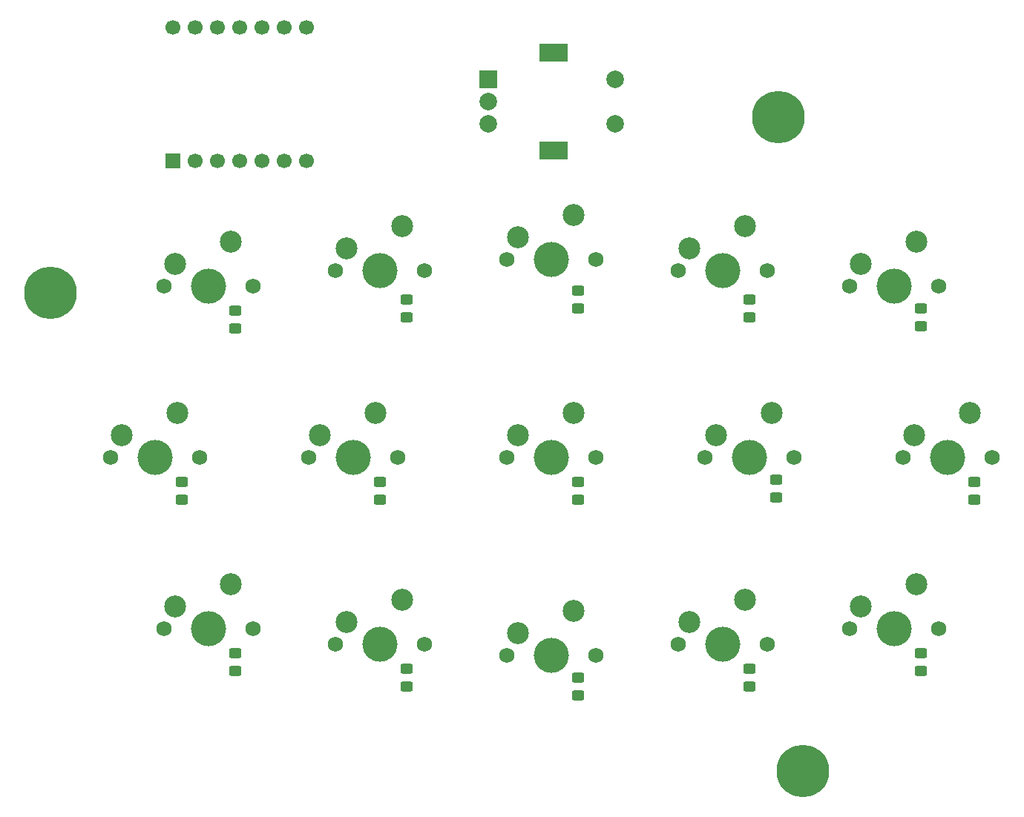
<source format=gbr>
%TF.GenerationSoftware,KiCad,Pcbnew,8.0.5-8.0.5-0~ubuntu22.04.1*%
%TF.CreationDate,2024-10-13T07:53:23-06:00*%
%TF.ProjectId,frogpad,66726f67-7061-4642-9e6b-696361645f70,rev?*%
%TF.SameCoordinates,Original*%
%TF.FileFunction,Soldermask,Bot*%
%TF.FilePolarity,Negative*%
%FSLAX46Y46*%
G04 Gerber Fmt 4.6, Leading zero omitted, Abs format (unit mm)*
G04 Created by KiCad (PCBNEW 8.0.5-8.0.5-0~ubuntu22.04.1) date 2024-10-13 07:53:23*
%MOMM*%
%LPD*%
G01*
G04 APERTURE LIST*
G04 Aperture macros list*
%AMRoundRect*
0 Rectangle with rounded corners*
0 $1 Rounding radius*
0 $2 $3 $4 $5 $6 $7 $8 $9 X,Y pos of 4 corners*
0 Add a 4 corners polygon primitive as box body*
4,1,4,$2,$3,$4,$5,$6,$7,$8,$9,$2,$3,0*
0 Add four circle primitives for the rounded corners*
1,1,$1+$1,$2,$3*
1,1,$1+$1,$4,$5*
1,1,$1+$1,$6,$7*
1,1,$1+$1,$8,$9*
0 Add four rect primitives between the rounded corners*
20,1,$1+$1,$2,$3,$4,$5,0*
20,1,$1+$1,$4,$5,$6,$7,0*
20,1,$1+$1,$6,$7,$8,$9,0*
20,1,$1+$1,$8,$9,$2,$3,0*%
G04 Aperture macros list end*
%ADD10C,6.000000*%
%ADD11C,1.750000*%
%ADD12C,4.000000*%
%ADD13C,2.500000*%
%ADD14R,1.700000X1.700000*%
%ADD15C,1.700000*%
%ADD16R,2.000000X2.000000*%
%ADD17C,2.000000*%
%ADD18R,3.200000X2.000000*%
%ADD19RoundRect,0.250000X0.450000X-0.325000X0.450000X0.325000X-0.450000X0.325000X-0.450000X-0.325000X0*%
G04 APERTURE END LIST*
D10*
%TO.C,*%
X160288155Y-60960000D03*
%TD*%
D11*
%TO.C,SW10*%
X174498000Y-99822000D03*
D12*
X179578000Y-99822000D03*
D11*
X184658000Y-99822000D03*
D13*
X175768000Y-97282000D03*
X182118000Y-94742000D03*
%TD*%
D11*
%TO.C,SW11*%
X90170000Y-119380000D03*
D12*
X95250000Y-119380000D03*
D11*
X100330000Y-119380000D03*
D13*
X91440000Y-116840000D03*
X97790000Y-114300000D03*
%TD*%
D10*
%TO.C,*%
X77216000Y-81026000D03*
%TD*%
D14*
%TO.C,U1*%
X91136015Y-65915750D03*
D15*
X93676015Y-65915750D03*
X96216015Y-65915750D03*
X98756015Y-65915750D03*
X101296015Y-65915750D03*
X103836015Y-65915750D03*
X106376015Y-65915750D03*
X106376015Y-50665750D03*
X103836015Y-50665750D03*
X101296015Y-50665750D03*
X98756015Y-50665750D03*
X96216015Y-50665750D03*
X93676015Y-50665750D03*
X91136015Y-50665750D03*
%TD*%
D11*
%TO.C,SW1*%
X90144600Y-80264000D03*
D12*
X95224600Y-80264000D03*
D11*
X100304600Y-80264000D03*
D13*
X91414600Y-77724000D03*
X97764600Y-75184000D03*
%TD*%
D11*
%TO.C,SW14*%
X148844000Y-121158000D03*
D12*
X153924000Y-121158000D03*
D11*
X159004000Y-121158000D03*
D13*
X150114000Y-118618000D03*
X156464000Y-116078000D03*
%TD*%
D11*
%TO.C,SW9*%
X151892000Y-99822000D03*
D12*
X156972000Y-99822000D03*
D11*
X162052000Y-99822000D03*
D13*
X153162000Y-97282000D03*
X159512000Y-94742000D03*
%TD*%
D11*
%TO.C,SW5*%
X168402000Y-80264000D03*
D12*
X173482000Y-80264000D03*
D11*
X178562000Y-80264000D03*
D13*
X169672000Y-77724000D03*
X176022000Y-75184000D03*
%TD*%
D16*
%TO.C,SW16*%
X127120000Y-56670000D03*
D17*
X127120000Y-61670000D03*
X127120000Y-59170000D03*
D18*
X134620000Y-53570000D03*
X134620000Y-64770000D03*
D17*
X141620000Y-61670000D03*
X141620000Y-56670000D03*
%TD*%
D11*
%TO.C,SW7*%
X106680000Y-99822000D03*
D12*
X111760000Y-99822000D03*
D11*
X116840000Y-99822000D03*
D13*
X107950000Y-97282000D03*
X114300000Y-94742000D03*
%TD*%
D11*
%TO.C,SW6*%
X84074000Y-99822000D03*
D12*
X89154000Y-99822000D03*
D11*
X94234000Y-99822000D03*
D13*
X85344000Y-97282000D03*
X91694000Y-94742000D03*
%TD*%
D11*
%TO.C,SW8*%
X129286000Y-99822000D03*
D12*
X134366000Y-99822000D03*
D11*
X139446000Y-99822000D03*
D13*
X130556000Y-97282000D03*
X136906000Y-94742000D03*
%TD*%
D11*
%TO.C,SW12*%
X109728000Y-121158000D03*
D12*
X114808000Y-121158000D03*
D11*
X119888000Y-121158000D03*
D13*
X110998000Y-118618000D03*
X117348000Y-116078000D03*
%TD*%
D10*
%TO.C,*%
X163068000Y-135650155D03*
%TD*%
D11*
%TO.C,SW2*%
X109728000Y-78486000D03*
D12*
X114808000Y-78486000D03*
D11*
X119888000Y-78486000D03*
D13*
X110998000Y-75946000D03*
X117348000Y-73406000D03*
%TD*%
D11*
%TO.C,SW15*%
X168402000Y-119380000D03*
D12*
X173482000Y-119380000D03*
D11*
X178562000Y-119380000D03*
D13*
X169672000Y-116840000D03*
X176022000Y-114300000D03*
%TD*%
D11*
%TO.C,SW3*%
X129286000Y-77216000D03*
D12*
X134366000Y-77216000D03*
D11*
X139446000Y-77216000D03*
D13*
X130556000Y-74676000D03*
X136906000Y-72136000D03*
%TD*%
D11*
%TO.C,SW13*%
X129286000Y-122428000D03*
D12*
X134366000Y-122428000D03*
D11*
X139446000Y-122428000D03*
D13*
X130556000Y-119888000D03*
X136906000Y-117348000D03*
%TD*%
D11*
%TO.C,SW4*%
X148844000Y-78486000D03*
D12*
X153924000Y-78486000D03*
D11*
X159004000Y-78486000D03*
D13*
X150114000Y-75946000D03*
X156464000Y-73406000D03*
%TD*%
D19*
%TO.C,D2*%
X117856000Y-83829000D03*
X117856000Y-81779000D03*
%TD*%
%TO.C,D7*%
X114808000Y-104666000D03*
X114808000Y-102616000D03*
%TD*%
%TO.C,D3*%
X137414000Y-82822000D03*
X137414000Y-80772000D03*
%TD*%
%TO.C,D1*%
X98298000Y-85108000D03*
X98298000Y-83058000D03*
%TD*%
%TO.C,D14*%
X156972000Y-125993000D03*
X156972000Y-123943000D03*
%TD*%
%TO.C,D10*%
X182626000Y-104666000D03*
X182626000Y-102616000D03*
%TD*%
%TO.C,D11*%
X98298000Y-124224000D03*
X98298000Y-122174000D03*
%TD*%
%TO.C,D5*%
X176530000Y-84854000D03*
X176530000Y-82804000D03*
%TD*%
%TO.C,D15*%
X176530000Y-124215000D03*
X176530000Y-122165000D03*
%TD*%
%TO.C,D9*%
X160020000Y-104412000D03*
X160020000Y-102362000D03*
%TD*%
%TO.C,D13*%
X137414000Y-127009000D03*
X137414000Y-124959000D03*
%TD*%
%TO.C,D6*%
X92202000Y-104657000D03*
X92202000Y-102607000D03*
%TD*%
%TO.C,D8*%
X137414000Y-104666000D03*
X137414000Y-102616000D03*
%TD*%
%TO.C,D4*%
X156972000Y-83838000D03*
X156972000Y-81788000D03*
%TD*%
%TO.C,D12*%
X117856000Y-125993000D03*
X117856000Y-123943000D03*
%TD*%
M02*

</source>
